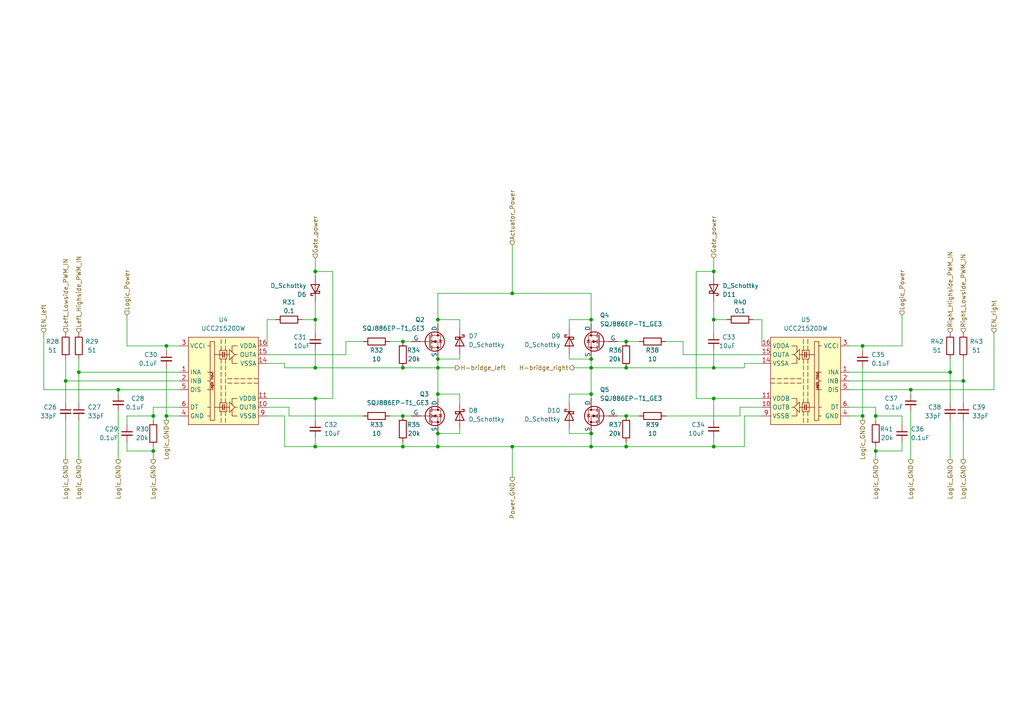
<source format=kicad_sch>
(kicad_sch (version 20230121) (generator eeschema)
  (paper "A4")
  (lib_symbols
    (symbol "Device:C_Small" (pin_numbers hide) (pin_names (offset 0.254) hide)
      (property "Reference" "C" (at 0.254 1.778 0))
      (property "Value" "C_Small" (at 0.254 -2.032 0))
      (symbol "C_Small_0_1"
        (polyline (pts (xy -1.524 -0.508) (xy 1.524 -0.508)) (stroke (width 0.3302)))
        (polyline (pts (xy -1.524 0.508) (xy 1.524 0.508)) (stroke (width 0.3048)))
      )
      (symbol "C_Small_1_1"
        (pin passive line (at 0 2.54 270) (length 2.032) (name "~") (number "1"))
        (pin passive line (at 0 -2.54 90) (length 2.032) (name "~") (number "2"))
      )
    )
    (symbol "Device:D_Schottky" (pin_numbers hide) (pin_names (offset 1.016) hide)
      (property "Reference" "D" (at 0 2.54 0))
      (property "Value" "D_Schottky" (at 0 -2.54 0))
      (symbol "D_Schottky_0_1"
        (polyline (pts (xy 1.27 0) (xy -1.27 0)))
        (polyline (pts (xy 1.27 1.27) (xy 1.27 -1.27) (xy -1.27 0) (xy 1.27 1.27)) (stroke (width 0.254)))
        (polyline (pts (xy -1.905 0.635) (xy -1.905 1.27) (xy -1.27 1.27) (xy -1.27 -1.27) (xy -0.635 -1.27) (xy -0.635 -0.635)) (stroke (width 0.254)))
      )
      (symbol "D_Schottky_1_1"
        (pin passive line (at -3.81 0 0) (length 2.54) (name "K") (number "1"))
        (pin passive line (at 3.81 0 180) (length 2.54) (name "A") (number "2"))
      )
    )
    (symbol "Device:R" (pin_numbers hide) (pin_names (offset 0))
      (property "Reference" "R" (at 2.032 0 90))
      (property "Value" "R" (at 0 0 90))
      (symbol "R_0_1"
        (rectangle (start -1.016 -2.54) (end 1.016 2.54) (stroke (width 0.254)))
      )
      (symbol "R_1_1"
        (pin passive line (at 0 3.81 270) (length 1.27) (name "~") (number "1"))
        (pin passive line (at 0 -3.81 90) (length 1.27) (name "~") (number "2"))
      )
    )
    (symbol "Driver_FET:UCC21520DW"
      (property "Reference" "U" (at 0 16.51 0))
      (property "Value" "UCC21520DW" (at 0 13.97 0))
      (symbol "UCC21520DW_0_0"
        (polyline (pts (xy -0.635 6.35) (xy -0.635 5.08)))
        (polyline (pts (xy -0.635 10.16) (xy -0.635 8.89)))
        (polyline (pts (xy -0.635 12.065) (xy -0.635 10.795)))
        (polyline (pts (xy -0.254 -7.62) (xy -2.54 -7.62)))
        (polyline (pts (xy -0.254 -6.858) (xy -0.254 -8.382)) (stroke (width 0.254)))
        (polyline (pts (xy -0.254 7.62) (xy -2.54 7.62)))
        (polyline (pts (xy -0.254 8.382) (xy -0.254 6.858)) (stroke (width 0.254)))
        (polyline (pts (xy 0.254 -7.62) (xy 1.778 -7.62)))
        (polyline (pts (xy 0.254 -6.858) (xy 0.254 -8.382)) (stroke (width 0.254)))
        (polyline (pts (xy 0.254 7.62) (xy 1.778 7.62)))
        (polyline (pts (xy 0.254 8.382) (xy 0.254 6.858)) (stroke (width 0.254)))
        (polyline (pts (xy 0.635 6.35) (xy 0.635 5.08)))
        (polyline (pts (xy 0.635 8.89) (xy 0.635 10.16)))
        (polyline (pts (xy 0.635 10.795) (xy 0.635 12.065)))
        (polyline (pts (xy 2.54 -0.635) (xy 1.27 -0.635)))
        (polyline (pts (xy 2.54 0.635) (xy 1.27 0.635)))
        (polyline (pts (xy 4.064 -7.62) (xy 3.302 -7.62)))
        (polyline (pts (xy 4.064 7.62) (xy 3.302 7.62)))
        (polyline (pts (xy 4.445 -0.635) (xy 3.175 -0.635)))
        (polyline (pts (xy 4.445 0.635) (xy 3.175 0.635)))
        (polyline (pts (xy 6.35 -0.635) (xy 5.08 -0.635)))
        (polyline (pts (xy 6.35 0.635) (xy 5.08 0.635)))
        (polyline (pts (xy 8.255 -0.635) (xy 6.985 -0.635)))
        (polyline (pts (xy 8.255 0.635) (xy 6.985 0.635)))
        (polyline (pts (xy 10.16 -0.635) (xy 8.89 -0.635)))
        (polyline (pts (xy 10.16 0.635) (xy 8.89 0.635)))
        (polyline (pts (xy 4.064 -10.16) (xy 2.54 -10.16) (xy 2.54 -8.382)))
        (polyline (pts (xy 4.064 -5.08) (xy 2.54 -5.08) (xy 2.54 -6.858)))
        (polyline (pts (xy 4.064 5.08) (xy 2.54 5.08) (xy 2.54 6.858)))
        (polyline (pts (xy 4.064 10.16) (xy 2.54 10.16) (xy 2.54 8.382)))
        (polyline (pts (xy 3.302 -7.62) (xy 1.778 -9.144) (xy 1.778 -6.096) (xy 3.302 -7.62)))
        (polyline (pts (xy 3.302 7.62) (xy 1.778 6.096) (xy 1.778 9.144) (xy 3.302 7.62)))
        (rectangle (start 1.016 -6.35) (end -1.016 -8.89))
        (rectangle (start 1.016 8.89) (end -1.016 6.35))
        (text "Logic Input" (at -3.302 0 900) (effects (font (size 0.635 0.635))))
      )
      (symbol "UCC21520DW_0_1"
        (rectangle (start -3.81 11.43) (end -2.54 -11.43))
        (polyline (pts (xy -3.81 -10.16) (xy -4.572 -10.16)))
        (polyline (pts (xy -3.81 -7.62) (xy -4.572 -7.62)))
        (polyline (pts (xy -3.81 -2.54) (xy -4.572 -2.54)))
        (polyline (pts (xy -3.81 0) (xy -4.572 0)))
        (polyline (pts (xy -3.81 2.54) (xy -4.572 2.54)))
        (polyline (pts (xy -3.81 10.16) (xy -4.572 10.16)))
        (polyline (pts (xy -0.635 -10.795) (xy -0.635 -12.065)))
        (polyline (pts (xy -0.635 -8.89) (xy -0.635 -10.16)))
        (polyline (pts (xy -0.635 -5.08) (xy -0.635 -6.35)))
        (polyline (pts (xy -0.635 -3.175) (xy -0.635 -4.445)))
        (polyline (pts (xy -0.635 -1.27) (xy -0.635 -2.54)))
        (polyline (pts (xy -0.635 0.635) (xy -0.635 -0.635)))
        (polyline (pts (xy -0.635 2.54) (xy -0.635 1.27)))
        (polyline (pts (xy -0.635 4.445) (xy -0.635 3.175)))
        (polyline (pts (xy 0.635 -10.795) (xy 0.635 -12.065)))
        (polyline (pts (xy 0.635 -8.89) (xy 0.635 -10.16)))
        (polyline (pts (xy 0.635 -5.08) (xy 0.635 -6.35)))
        (polyline (pts (xy 0.635 -3.175) (xy 0.635 -4.445)))
        (polyline (pts (xy 0.635 -1.27) (xy 0.635 -2.54)))
        (polyline (pts (xy 0.635 0.635) (xy 0.635 -0.635)))
        (polyline (pts (xy 0.635 2.54) (xy 0.635 1.27)))
        (polyline (pts (xy 0.635 4.445) (xy 0.635 3.175)))
        (rectangle (start 10.16 12.7) (end -10.16 -12.7) (fill (type background)))
      )
      (symbol "UCC21520DW_1_1"
        (pin input line (at -12.7 2.54 0) (length 2.54) (name "INA") (number "1"))
        (pin output line (at 12.7 -7.62 180) (length 2.54) (name "OUTB") (number "10"))
        (pin power_in line (at 12.7 -5.08 180) (length 2.54) (name "VDDB") (number "11"))
        (pin no_connect line (at 10.16 -2.54 180) (length 2.54) hide (name "NC") (number "12"))
        (pin no_connect line (at 10.16 2.54 180) (length 2.54) hide (name "NC") (number "13"))
        (pin power_in line (at 12.7 5.08 180) (length 2.54) (name "VSSA") (number "14"))
        (pin output line (at 12.7 7.62 180) (length 2.54) (name "OUTA") (number "15"))
        (pin power_in line (at 12.7 10.16 180) (length 2.54) (name "VDDA") (number "16"))
        (pin input line (at -12.7 0 0) (length 2.54) (name "INB") (number "2"))
        (pin power_in line (at -12.7 10.16 0) (length 2.54) (name "VCCI") (number "3"))
        (pin power_in line (at -12.7 -10.16 0) (length 2.54) (name "GND") (number "4"))
        (pin input line (at -12.7 -2.54 0) (length 2.54) (name "DIS") (number "5"))
        (pin passive line (at -12.7 -7.62 0) (length 2.54) (name "DT") (number "6"))
        (pin no_connect line (at -10.16 -5.08 0) (length 2.54) hide (name "NC") (number "7"))
        (pin passive line (at -12.7 10.16 0) (length 2.54) hide (name "VCCI") (number "8"))
        (pin power_in line (at 12.7 -10.16 180) (length 2.54) (name "VSSB") (number "9"))
      )
    )
    (symbol "RDC_generic:SQJ886EP-T1_GE3" (pin_numbers hide) (pin_names (offset 0))
      (property "Reference" "Q" (at 5.08 1.27 0))
      (property "Value" "SQJ886EP-T1_GE3" (at 5.08 -1.27 0))
      (symbol "SQJ886EP-T1_GE3_0_1"
        (polyline (pts (xy 0.254 0) (xy -2.54 0)))
        (polyline (pts (xy 0.254 1.905) (xy 0.254 -1.905)) (stroke (width 0.254)))
        (polyline (pts (xy 0.762 -1.27) (xy 0.762 -2.286)) (stroke (width 0.254)))
        (polyline (pts (xy 0.762 0.508) (xy 0.762 -0.508)) (stroke (width 0.254)))
        (polyline (pts (xy 0.762 2.286) (xy 0.762 1.27)) (stroke (width 0.254)))
        (polyline (pts (xy 2.54 2.54) (xy 2.54 1.778)))
        (polyline (pts (xy 2.54 -2.54) (xy 2.54 0) (xy 0.762 0)))
        (polyline (pts (xy 0.762 -1.778) (xy 3.302 -1.778) (xy 3.302 1.778) (xy 0.762 1.778)))
        (polyline (pts (xy 1.016 0) (xy 2.032 0.381) (xy 2.032 -0.381) (xy 1.016 0)) (fill (type outline)))
        (polyline (pts (xy 2.794 0.508) (xy 2.921 0.381) (xy 3.683 0.381) (xy 3.81 0.254)))
        (polyline (pts (xy 3.302 0.381) (xy 2.921 -0.254) (xy 3.683 -0.254) (xy 3.302 0.381)))
        (circle (center 1.651 0) (radius 2.794) (stroke (width 0.254)))
        (circle (center 2.54 -1.778) (radius 0.254) (fill (type outline)))
        (circle (center 2.54 1.778) (radius 0.254) (fill (type outline)))
      )
      (symbol "SQJ886EP-T1_GE3_1_1"
        (pin passive line (at 2.54 -5.08 90) (length 2.54) (name "S") (number "1"))
        (pin passive line (at 2.54 -5.08 90) (length 2.54) hide (name "S") (number "2"))
        (pin passive line (at 2.54 -5.08 90) (length 2.54) hide (name "S") (number "3"))
        (pin input line (at -5.08 0 0) (length 2.54) (name "G") (number "4"))
        (pin passive line (at 2.54 5.08 270) (length 2.54) (name "D") (number "5"))
      )
    )
  )
  (junction (at 116.84 129.54))
  (junction (at 127 106.68))
  (junction (at 279.4 110.49))
  (junction (at 250.19 100.33))
  (junction (at 91.44 92.71))
  (junction (at 171.45 114.3))
  (junction (at 19.05 110.49))
  (junction (at 127 129.54))
  (junction (at 44.45 130.81))
  (junction (at 275.59 107.95))
  (junction (at 181.61 120.65))
  (junction (at 48.26 120.65))
  (junction (at 148.59 85.09))
  (junction (at 116.84 120.65))
  (junction (at 181.61 106.68))
  (junction (at 91.44 78.74))
  (junction (at 207.01 78.74))
  (junction (at 207.01 106.68))
  (junction (at 264.16 113.03))
  (junction (at 127 125.73))
  (junction (at 34.29 113.03))
  (junction (at 127 114.3))
  (junction (at 171.45 129.54))
  (junction (at 254 120.65))
  (junction (at 116.84 99.06))
  (junction (at 44.45 120.65))
  (junction (at 22.86 107.95))
  (junction (at 171.45 92.71))
  (junction (at 250.19 120.65))
  (junction (at 207.01 92.71))
  (junction (at 181.61 129.54))
  (junction (at 91.44 115.57))
  (junction (at 207.01 115.57))
  (junction (at 127 104.14))
  (junction (at 116.84 106.68))
  (junction (at 254 130.81))
  (junction (at 207.01 129.54))
  (junction (at 171.45 106.68))
  (junction (at 171.45 104.14))
  (junction (at 91.44 129.54))
  (junction (at 48.26 100.33))
  (junction (at 181.61 99.06))
  (junction (at 127 92.71))
  (junction (at 91.44 106.68))
  (junction (at 171.45 125.73))
  (junction (at 148.59 129.54))
  (wire (pts (xy 19.05 121.92) (xy 19.05 133.35)))
  (wire (pts (xy 165.1 114.3) (xy 171.45 114.3)))
  (wire (pts (xy 207.01 74.93) (xy 207.01 78.74)))
  (wire (pts (xy 133.35 114.3) (xy 127 114.3)))
  (wire (pts (xy 91.44 80.01) (xy 91.44 78.74)))
  (wire (pts (xy 91.44 115.57) (xy 91.44 121.92)))
  (wire (pts (xy 19.05 104.14) (xy 19.05 110.49)))
  (wire (pts (xy 116.84 120.65) (xy 119.38 120.65)))
  (wire (pts (xy 207.01 80.01) (xy 207.01 78.74)))
  (wire (pts (xy 264.16 119.38) (xy 264.16 133.35)))
  (wire (pts (xy 116.84 99.06) (xy 119.38 99.06)))
  (wire (pts (xy 36.83 100.33) (xy 48.26 100.33)))
  (wire (pts (xy 87.63 92.71) (xy 91.44 92.71)))
  (wire (pts (xy 261.62 91.44) (xy 261.62 100.33)))
  (wire (pts (xy 148.59 129.54) (xy 171.45 129.54)))
  (wire (pts (xy 254 120.65) (xy 254 118.11)))
  (wire (pts (xy 44.45 120.65) (xy 44.45 118.11)))
  (wire (pts (xy 254 130.81) (xy 254 133.35)))
  (wire (pts (xy 215.9 106.68) (xy 207.01 106.68)))
  (wire (pts (xy 185.42 99.06) (xy 181.61 99.06)))
  (wire (pts (xy 181.61 99.06) (xy 179.07 99.06)))
  (wire (pts (xy 91.44 78.74) (xy 96.52 78.74)))
  (wire (pts (xy 127 106.68) (xy 132.08 106.68)))
  (wire (pts (xy 77.47 100.33) (xy 77.47 92.71)))
  (wire (pts (xy 246.38 113.03) (xy 264.16 113.03)))
  (wire (pts (xy 148.59 85.09) (xy 171.45 85.09)))
  (wire (pts (xy 91.44 106.68) (xy 116.84 106.68)))
  (wire (pts (xy 201.93 115.57) (xy 207.01 115.57)))
  (wire (pts (xy 48.26 120.65) (xy 52.07 120.65)))
  (wire (pts (xy 148.59 129.54) (xy 148.59 138.43)))
  (wire (pts (xy 250.19 100.33) (xy 246.38 100.33)))
  (wire (pts (xy 83.82 118.11) (xy 83.82 120.65)))
  (wire (pts (xy 254 118.11) (xy 246.38 118.11)))
  (wire (pts (xy 220.98 115.57) (xy 207.01 115.57)))
  (wire (pts (xy 220.98 120.65) (xy 215.9 120.65)))
  (wire (pts (xy 34.29 119.38) (xy 34.29 133.35)))
  (wire (pts (xy 198.12 99.06) (xy 193.04 99.06)))
  (wire (pts (xy 113.03 99.06) (xy 116.84 99.06)))
  (wire (pts (xy 275.59 107.95) (xy 246.38 107.95)))
  (wire (pts (xy 12.7 113.03) (xy 34.29 113.03)))
  (wire (pts (xy 207.01 87.63) (xy 207.01 92.71)))
  (wire (pts (xy 261.62 130.81) (xy 254 130.81)))
  (wire (pts (xy 22.86 107.95) (xy 52.07 107.95)))
  (wire (pts (xy 127 92.71) (xy 127 85.09)))
  (wire (pts (xy 133.35 116.84) (xy 133.35 114.3)))
  (wire (pts (xy 77.47 102.87) (xy 100.33 102.87)))
  (wire (pts (xy 19.05 110.49) (xy 52.07 110.49)))
  (wire (pts (xy 82.55 105.41) (xy 82.55 106.68)))
  (wire (pts (xy 77.47 115.57) (xy 91.44 115.57)))
  (wire (pts (xy 127 106.68) (xy 127 114.3)))
  (wire (pts (xy 207.01 106.68) (xy 181.61 106.68)))
  (wire (pts (xy 181.61 128.27) (xy 181.61 129.54)))
  (wire (pts (xy 36.83 128.27) (xy 36.83 130.81)))
  (wire (pts (xy 207.01 78.74) (xy 201.93 78.74)))
  (wire (pts (xy 91.44 74.93) (xy 91.44 78.74)))
  (wire (pts (xy 181.61 106.68) (xy 171.45 106.68)))
  (wire (pts (xy 165.1 102.87) (xy 165.1 104.14)))
  (wire (pts (xy 113.03 120.65) (xy 116.84 120.65)))
  (wire (pts (xy 133.35 92.71) (xy 127 92.71)))
  (wire (pts (xy 127 125.73) (xy 127 129.54)))
  (wire (pts (xy 250.19 120.65) (xy 250.19 121.92)))
  (wire (pts (xy 220.98 100.33) (xy 220.98 92.71)))
  (wire (pts (xy 288.29 113.03) (xy 264.16 113.03)))
  (wire (pts (xy 215.9 129.54) (xy 207.01 129.54)))
  (wire (pts (xy 181.61 120.65) (xy 179.07 120.65)))
  (wire (pts (xy 22.86 121.92) (xy 22.86 133.35)))
  (wire (pts (xy 198.12 102.87) (xy 220.98 102.87)))
  (wire (pts (xy 165.1 124.46) (xy 165.1 125.73)))
  (wire (pts (xy 279.4 110.49) (xy 279.4 116.84)))
  (wire (pts (xy 215.9 120.65) (xy 215.9 129.54)))
  (wire (pts (xy 91.44 127) (xy 91.44 129.54)))
  (wire (pts (xy 254 129.54) (xy 254 130.81)))
  (wire (pts (xy 133.35 95.25) (xy 133.35 92.71)))
  (wire (pts (xy 48.26 106.68) (xy 48.26 120.65)))
  (wire (pts (xy 207.01 127) (xy 207.01 129.54)))
  (wire (pts (xy 210.82 92.71) (xy 207.01 92.71)))
  (wire (pts (xy 171.45 93.98) (xy 171.45 92.71)))
  (wire (pts (xy 133.35 124.46) (xy 133.35 125.73)))
  (wire (pts (xy 185.42 120.65) (xy 181.61 120.65)))
  (wire (pts (xy 250.19 106.68) (xy 250.19 120.65)))
  (wire (pts (xy 77.47 92.71) (xy 80.01 92.71)))
  (wire (pts (xy 36.83 91.44) (xy 36.83 100.33)))
  (wire (pts (xy 215.9 105.41) (xy 215.9 106.68)))
  (wire (pts (xy 77.47 118.11) (xy 83.82 118.11)))
  (wire (pts (xy 133.35 102.87) (xy 133.35 104.14)))
  (wire (pts (xy 91.44 101.6) (xy 91.44 106.68)))
  (wire (pts (xy 100.33 102.87) (xy 100.33 99.06)))
  (wire (pts (xy 91.44 92.71) (xy 91.44 96.52)))
  (wire (pts (xy 91.44 129.54) (xy 116.84 129.54)))
  (wire (pts (xy 220.98 118.11) (xy 214.63 118.11)))
  (wire (pts (xy 82.55 129.54) (xy 91.44 129.54)))
  (wire (pts (xy 165.1 92.71) (xy 171.45 92.71)))
  (wire (pts (xy 198.12 102.87) (xy 198.12 99.06)))
  (wire (pts (xy 96.52 78.74) (xy 96.52 115.57)))
  (wire (pts (xy 254 121.92) (xy 254 120.65)))
  (wire (pts (xy 181.61 129.54) (xy 171.45 129.54)))
  (wire (pts (xy 207.01 101.6) (xy 207.01 106.68)))
  (wire (pts (xy 12.7 96.52) (xy 12.7 113.03)))
  (wire (pts (xy 288.29 96.52) (xy 288.29 113.03)))
  (wire (pts (xy 214.63 120.65) (xy 193.04 120.65)))
  (wire (pts (xy 22.86 104.14) (xy 22.86 107.95)))
  (wire (pts (xy 279.4 104.14) (xy 279.4 110.49)))
  (wire (pts (xy 127 93.98) (xy 127 92.71)))
  (wire (pts (xy 250.19 101.6) (xy 250.19 100.33)))
  (wire (pts (xy 165.1 104.14) (xy 171.45 104.14)))
  (wire (pts (xy 127 106.68) (xy 127 104.14)))
  (wire (pts (xy 201.93 78.74) (xy 201.93 115.57)))
  (wire (pts (xy 250.19 120.65) (xy 246.38 120.65)))
  (wire (pts (xy 171.45 106.68) (xy 171.45 114.3)))
  (wire (pts (xy 82.55 106.68) (xy 91.44 106.68)))
  (wire (pts (xy 127 85.09) (xy 148.59 85.09)))
  (wire (pts (xy 36.83 123.19) (xy 36.83 120.65)))
  (wire (pts (xy 91.44 87.63) (xy 91.44 92.71)))
  (wire (pts (xy 171.45 125.73) (xy 171.45 129.54)))
  (wire (pts (xy 96.52 115.57) (xy 91.44 115.57)))
  (wire (pts (xy 100.33 99.06) (xy 105.41 99.06)))
  (wire (pts (xy 116.84 128.27) (xy 116.84 129.54)))
  (wire (pts (xy 220.98 105.41) (xy 215.9 105.41)))
  (wire (pts (xy 165.1 116.84) (xy 165.1 114.3)))
  (wire (pts (xy 36.83 120.65) (xy 44.45 120.65)))
  (wire (pts (xy 264.16 113.03) (xy 264.16 114.3)))
  (wire (pts (xy 44.45 129.54) (xy 44.45 130.81)))
  (wire (pts (xy 214.63 118.11) (xy 214.63 120.65)))
  (wire (pts (xy 77.47 120.65) (xy 82.55 120.65)))
  (wire (pts (xy 279.4 121.92) (xy 279.4 133.35)))
  (wire (pts (xy 275.59 121.92) (xy 275.59 133.35)))
  (wire (pts (xy 48.26 120.65) (xy 48.26 121.92)))
  (wire (pts (xy 44.45 118.11) (xy 52.07 118.11)))
  (wire (pts (xy 77.47 105.41) (xy 82.55 105.41)))
  (wire (pts (xy 250.19 100.33) (xy 261.62 100.33)))
  (wire (pts (xy 133.35 125.73) (xy 127 125.73)))
  (wire (pts (xy 48.26 101.6) (xy 48.26 100.33)))
  (wire (pts (xy 48.26 100.33) (xy 52.07 100.33)))
  (wire (pts (xy 165.1 125.73) (xy 171.45 125.73)))
  (wire (pts (xy 207.01 115.57) (xy 207.01 121.92)))
  (wire (pts (xy 82.55 120.65) (xy 82.55 129.54)))
  (wire (pts (xy 133.35 104.14) (xy 127 104.14)))
  (wire (pts (xy 116.84 106.68) (xy 127 106.68)))
  (wire (pts (xy 36.83 130.81) (xy 44.45 130.81)))
  (wire (pts (xy 275.59 104.14) (xy 275.59 107.95)))
  (wire (pts (xy 127 114.3) (xy 127 115.57)))
  (wire (pts (xy 171.45 114.3) (xy 171.45 115.57)))
  (wire (pts (xy 52.07 113.03) (xy 34.29 113.03)))
  (wire (pts (xy 34.29 114.3) (xy 34.29 113.03)))
  (wire (pts (xy 220.98 92.71) (xy 218.44 92.71)))
  (wire (pts (xy 83.82 120.65) (xy 105.41 120.65)))
  (wire (pts (xy 148.59 71.12) (xy 148.59 85.09)))
  (wire (pts (xy 207.01 129.54) (xy 181.61 129.54)))
  (wire (pts (xy 261.62 120.65) (xy 254 120.65)))
  (wire (pts (xy 279.4 110.49) (xy 246.38 110.49)))
  (wire (pts (xy 207.01 92.71) (xy 207.01 96.52)))
  (wire (pts (xy 148.59 129.54) (xy 127 129.54)))
  (wire (pts (xy 44.45 130.81) (xy 44.45 133.35)))
  (wire (pts (xy 19.05 110.49) (xy 19.05 116.84)))
  (wire (pts (xy 261.62 128.27) (xy 261.62 130.81)))
  (wire (pts (xy 44.45 121.92) (xy 44.45 120.65)))
  (wire (pts (xy 171.45 106.68) (xy 171.45 104.14)))
  (wire (pts (xy 275.59 107.95) (xy 275.59 116.84)))
  (wire (pts (xy 171.45 92.71) (xy 171.45 85.09)))
  (wire (pts (xy 116.84 129.54) (xy 127 129.54)))
  (wire (pts (xy 261.62 123.19) (xy 261.62 120.65)))
  (wire (pts (xy 171.45 106.68) (xy 166.37 106.68)))
  (wire (pts (xy 22.86 107.95) (xy 22.86 116.84)))
  (wire (pts (xy 165.1 95.25) (xy 165.1 92.71)))
  (hierarchical_label "Logic_GND" (shape output) (at 279.4 133.35 270))
  (hierarchical_label "H-bridge_right" (shape output) (at 166.37 106.68 180))
  (hierarchical_label "Right_Highside_PWM_IN" (shape input) (at 275.59 96.52 90))
  (hierarchical_label "Logic_GND" (shape output) (at 48.26 121.92 270))
  (hierarchical_label "Logic_GND" (shape output) (at 44.45 133.35 270))
  (hierarchical_label "Gate_power" (shape input) (at 91.44 74.93 90))
  (hierarchical_label "H-bridge_left" (shape output) (at 132.08 106.68 0))
  (hierarchical_label "Left_Lowside_PWM_IN" (shape input) (at 19.05 96.52 90))
  (hierarchical_label "Logic_GND" (shape output) (at 22.86 133.35 270))
  (hierarchical_label "Logic_GND" (shape output) (at 264.16 133.35 270))
  (hierarchical_label "Logic_GND" (shape output) (at 34.29 133.35 270))
  (hierarchical_label "EN_right" (shape input) (at 288.29 96.52 90))
  (hierarchical_label "Logic_Power" (shape input) (at 36.83 91.44 90))
  (hierarchical_label "Logic_GND" (shape output) (at 250.19 121.92 270))
  (hierarchical_label "Logic_Power" (shape input) (at 261.62 91.44 90))
  (hierarchical_label "EN_left" (shape input) (at 12.7 96.52 90))
  (hierarchical_label "Logic_GND" (shape output) (at 19.05 133.35 270))
  (hierarchical_label "Logic_GND" (shape output) (at 254 133.35 270))
  (hierarchical_label "Gate_power" (shape input) (at 207.01 74.93 90))
  (hierarchical_label "Power_GND" (shape output) (at 148.59 138.43 270))
  (hierarchical_label "Left_Highside_PWM_IN" (shape input) (at 22.86 96.52 90))
  (hierarchical_label "Logic_GND" (shape output) (at 275.59 133.35 270))
  (hierarchical_label "Actuator_Power" (shape input) (at 148.59 71.12 90))
  (hierarchical_label "Right_Lowside_PWM_IN" (shape input) (at 279.4 96.52 90))
  (symbol (lib_id "Device:R") (at 109.22 99.06 90) (unit 1)
    (property "Reference" "R32" (at 109.22 101.6 90))
    (property "Value" "10" (at 109.22 104.14 90))
    (property "Footprint" "Resistor_SMD:R_0805_2012Metric" (effects hide))
    (property "LCSC" "C17415" (effects hide))
    (instances (project "schematic_MD" (path "" (reference "R32") (unit 1)) (path "" (reference "R48") (unit 1))))
  )
  (symbol (lib_id "Device:R") (at 189.23 120.65 270) (mirror x) (unit 1)
    (property "Reference" "R39" (at 189.23 123.19 90))
    (property "Value" "10" (at 189.23 125.73 90))
    (property "Footprint" "Resistor_SMD:R_0805_2012Metric" (effects hide))
    (property "LCSC" "C17415" (effects hide))
    (instances (project "schematic_MD" (path "" (reference "R39") (unit 1)) (path "" (reference "R55") (unit 1))))
  )
  (symbol (lib_id "Driver_FET:UCC21520DW") (at 233.68 110.49 0) (mirror y) (unit 1)
    (property "Reference" "U5" (at 233.68 92.71 0))
    (property "Value" "UCC21520DW" (at 233.68 95.25 0))
    (property "Footprint" "Package_SO:SOIC-16W_7.5x10.3mm_P1.27mm" (effects hide))
    (property "Datasheet" "http://www.ti.com/lit/ds/symlink/ucc21520.pdf" (effects hide))
    (property "LCSC" "C601651" (effects hide))
    (property "FT Rotation Offset" "-90" (effects hide))
    (instances (project "schematic_MD" (path "" (reference "U5") (unit 1)) (path "" (reference "U7") (unit 1))))
  )
  (symbol (lib_id "Device:R") (at 22.86 100.33 0) (unit 1)
    (property "Reference" "R29" (at 26.67 99.06 0))
    (property "Value" "51" (at 26.67 101.6 0))
    (property "Footprint" "Resistor_SMD:R_0402_1005Metric" (effects hide))
    (property "LCSC" "C25125" (effects hide))
    (instances (project "schematic_MD" (path "" (reference "R29") (unit 1)) (path "" (reference "R45") (unit 1))))
  )
  (symbol (lib_id "Device:D_Schottky") (at 133.35 99.06 270) (unit 1)
    (property "Reference" "D7" (at 135.89 97.4725 90) (effects (justify left)))
    (property "Value" "D_Schottky" (at 135.89 100.0125 90) (effects (justify left)))
    (property "Footprint" "Diode_SMD:D_SOD-123F" (effects hide))
    (property "LCSC" "C509937" (effects hide))
    (instances (project "schematic_MD" (path "" (reference "D7") (unit 1)) (path "" (reference "D13") (unit 1))))
  )
  (symbol (lib_id "Device:R") (at 214.63 92.71 270) (mirror x) (unit 1)
    (property "Reference" "R40" (at 214.63 87.63 90))
    (property "Value" "0.1" (at 214.63 90.17 90))
    (property "Footprint" "Resistor_SMD:R_1206_3216Metric" (effects hide))
    (property "LCSC" "C25334" (effects hide))
    (instances (project "schematic_MD" (path "" (reference "R40") (unit 1)) (path "" (reference "R56") (unit 1))))
  )
  (symbol (lib_id "Device:R") (at 19.05 100.33 0) (unit 1)
    (property "Reference" "R28" (at 15.24 99.06 0))
    (property "Value" "51" (at 15.24 101.6 0))
    (property "Footprint" "Resistor_SMD:R_0402_1005Metric" (effects hide))
    (property "LCSC" "C25125" (effects hide))
    (instances (project "schematic_MD" (path "" (reference "R28") (unit 1)) (path "" (reference "R44") (unit 1))))
  )
  (symbol (lib_id "Device:R") (at 116.84 124.46 0) (unit 1)
    (property "Reference" "R35" (at 121.92 123.19 0) (effects (justify right)))
    (property "Value" "20k" (at 121.92 125.73 0) (effects (justify right)))
    (property "Footprint" "Resistor_SMD:R_0402_1005Metric" (effects hide))
    (property "LCSC" "C25765" (effects hide))
    (instances (project "schematic_MD" (path "" (reference "R35") (unit 1)) (path "" (reference "R51") (unit 1))))
  )
  (symbol (lib_id "Device:C_Small") (at 19.05 119.38 0) (unit 1)
    (property "Reference" "C26" (at 16.51 118.1163 0) (effects (justify right)))
    (property "Value" "33pF" (at 16.51 120.65 0) (effects (justify right)))
    (property "Footprint" "Capacitor_SMD:C_0402_1005Metric" (effects hide))
    (property "LCSC" "C1562" (effects hide))
    (instances (project "schematic_MD" (path "" (reference "C26") (unit 1)) (path "" (reference "C40") (unit 1))))
  )
  (symbol (lib_id "Device:C_Small") (at 207.01 99.06 0) (unit 1)
    (property "Reference" "C33" (at 213.36 97.79 0) (effects (justify right)))
    (property "Value" "10uF" (at 213.36 100.3237 0) (effects (justify right)))
    (property "Footprint" "Capacitor_SMD:C_1210_3225Metric" (effects hide))
    (property "LCSC" "C77102" (effects hide))
    (instances (project "schematic_MD" (path "" (reference "C33") (unit 1)) (path "" (reference "C47") (unit 1))))
  )
  (symbol (lib_id "Device:D_Schottky") (at 91.44 83.82 90) (unit 1)
    (property "Reference" "D6" (at 88.9 85.4075 90) (effects (justify left)))
    (property "Value" "D_Schottky" (at 88.9 82.8675 90) (effects (justify left)))
    (property "Footprint" "Diode_SMD:D_SOD-123F" (effects hide))
    (property "LCSC" "C509937" (effects hide))
    (instances (project "schematic_MD" (path "" (reference "D6") (unit 1)) (path "" (reference "D12") (unit 1))))
  )
  (symbol (lib_id "Driver_FET:UCC21520DW") (at 64.77 110.49 0) (unit 1)
    (property "Reference" "U4" (at 64.77 92.71 0))
    (property "Value" "UCC21520DW" (at 64.77 95.25 0))
    (property "Footprint" "Package_SO:SOIC-16W_7.5x10.3mm_P1.27mm" (effects hide))
    (property "Datasheet" "http://www.ti.com/lit/ds/symlink/ucc21520.pdf" (effects hide))
    (property "LCSC" "C601651" (effects hide))
    (property "FT Rotation Offset" "-90" (effects hide))
    (instances (project "schematic_MD" (path "" (reference "U4") (unit 1)) (path "" (reference "U6") (unit 1))))
  )
  (symbol (lib_id "Device:R") (at 254 125.73 0) (unit 1)
    (property "Reference" "R41" (at 259.08 124.46 0) (effects (justify right)))
    (property "Value" "20k" (at 259.08 127 0) (effects (justify right)))
    (property "Footprint" "Resistor_SMD:R_0402_1005Metric" (effects hide))
    (property "LCSC" "C25765" (effects hide))
    (instances (project "schematic_MD" (path "" (reference "R41") (unit 1)) (path "" (reference "R57") (unit 1))))
  )
  (symbol (lib_id "Device:C_Small") (at 22.86 119.38 0) (mirror y) (unit 1)
    (property "Reference" "C27" (at 25.4 118.1163 0) (effects (justify right)))
    (property "Value" "33pF" (at 25.4 120.65 0) (effects (justify right)))
    (property "Footprint" "Capacitor_SMD:C_0402_1005Metric" (effects hide))
    (property "LCSC" "C1562" (effects hide))
    (instances (project "schematic_MD" (path "" (reference "C27") (unit 1)) (path "" (reference "C41") (unit 1))))
  )
  (symbol (lib_id "Device:R") (at 279.4 100.33 0) (mirror y) (unit 1)
    (property "Reference" "R43" (at 283.21 99.06 0))
    (property "Value" "51" (at 283.21 101.6 0))
    (property "Footprint" "Resistor_SMD:R_0402_1005Metric" (effects hide))
    (property "LCSC" "C25125" (effects hide))
    (instances (project "schematic_MD" (path "" (reference "R43") (unit 1)) (path "" (reference "R59") (unit 1))))
  )
  (symbol (lib_id "Device:R") (at 109.22 120.65 90) (unit 1)
    (property "Reference" "R33" (at 109.22 123.19 90))
    (property "Value" "10" (at 109.22 125.73 90))
    (property "Footprint" "Resistor_SMD:R_0805_2012Metric" (effects hide))
    (property "LCSC" "C17415" (effects hide))
    (instances (project "schematic_MD" (path "" (reference "R33") (unit 1)) (path "" (reference "R49") (unit 1))))
  )
  (symbol (lib_id "Device:D_Schottky") (at 207.01 83.82 270) (mirror x) (unit 1)
    (property "Reference" "D11" (at 209.55 85.4075 90) (effects (justify left)))
    (property "Value" "D_Schottky" (at 209.55 82.8675 90) (effects (justify left)))
    (property "Footprint" "Diode_SMD:D_SOD-123F" (effects hide))
    (property "LCSC" "C509937" (effects hide))
    (instances (project "schematic_MD" (path "" (reference "D11") (unit 1)) (path "" (reference "D17") (unit 1))))
  )
  (symbol (lib_id "Device:C_Small") (at 36.83 125.73 0) (unit 1)
    (property "Reference" "C29" (at 34.29 124.46 0) (effects (justify right)))
    (property "Value" "0.1uF" (at 34.29 127 0) (effects (justify right)))
    (property "Footprint" "Capacitor_SMD:C_0402_1005Metric" (effects hide))
    (property "LCSC" "C307331" (effects hide))
    (instances (project "schematic_MD" (path "" (reference "C29") (unit 1)) (path "" (reference "C43") (unit 1))))
  )
  (symbol (lib_id "Device:C_Small") (at 275.59 119.38 0) (unit 1)
    (property "Reference" "C38" (at 273.05 118.1163 0) (effects (justify right)))
    (property "Value" "33pF" (at 273.05 120.65 0) (effects (justify right)))
    (property "Footprint" "Capacitor_SMD:C_0402_1005Metric" (effects hide))
    (property "LCSC" "C1562" (effects hide))
    (instances (project "schematic_MD" (path "" (reference "C38") (unit 1)) (path "" (reference "C52") (unit 1))))
  )
  (symbol (lib_id "Device:D_Schottky") (at 133.35 120.65 270) (unit 1)
    (property "Reference" "D8" (at 135.89 119.0625 90) (effects (justify left)))
    (property "Value" "D_Schottky" (at 135.89 121.6025 90) (effects (justify left)))
    (property "Footprint" "Diode_SMD:D_SOD-123F" (effects hide))
    (property "LCSC" "C509937" (effects hide))
    (instances (project "schematic_MD" (path "" (reference "D8") (unit 1)) (path "" (reference "D14") (unit 1))))
  )
  (symbol (lib_id "Device:R") (at 116.84 102.87 0) (unit 1)
    (property "Reference" "R34" (at 121.92 101.6 0) (effects (justify right)))
    (property "Value" "20k" (at 121.92 104.14 0) (effects (justify right)))
    (property "Footprint" "Resistor_SMD:R_0402_1005Metric" (effects hide))
    (property "LCSC" "C25765" (effects hide))
    (instances (project "schematic_MD" (path "" (reference "R34") (unit 1)) (path "" (reference "R50") (unit 1))))
  )
  (symbol (lib_id "Device:C_Small") (at 48.26 104.14 0) (unit 1)
    (property "Reference" "C30" (at 45.72 102.87 0) (effects (justify right)))
    (property "Value" "0.1uF" (at 45.72 105.41 0) (effects (justify right)))
    (property "Footprint" "Capacitor_SMD:C_0402_1005Metric" (effects hide))
    (property "LCSC" "C307331" (effects hide))
    (instances (project "schematic_MD" (path "" (reference "C30") (unit 1)) (path "" (reference "C44") (unit 1))))
  )
  (symbol (lib_id "Device:C_Small") (at 91.44 99.06 0) (mirror y) (unit 1)
    (property "Reference" "C31" (at 85.09 97.79 0) (effects (justify right)))
    (property "Value" "10uF" (at 85.09 100.3237 0) (effects (justify right)))
    (property "Footprint" "Capacitor_SMD:C_1210_3225Metric" (effects hide))
    (property "LCSC" "C77102" (effects hide))
    (instances (project "schematic_MD" (path "" (reference "C31") (unit 1)) (path "" (reference "C45") (unit 1))))
  )
  (symbol (lib_id "Device:C_Small") (at 261.62 125.73 0) (mirror y) (unit 1)
    (property "Reference" "C36" (at 264.16 124.46 0) (effects (justify right)))
    (property "Value" "0.1uF" (at 264.16 127 0) (effects (justify right)))
    (property "Footprint" "Capacitor_SMD:C_0402_1005Metric" (effects hide))
    (property "LCSC" "C307331" (effects hide))
    (instances (project "schematic_MD" (path "" (reference "C36") (unit 1)) (path "" (reference "C50") (unit 1))))
  )
  (symbol (lib_id "Device:R") (at 83.82 92.71 90) (unit 1)
    (property "Reference" "R31" (at 83.82 87.63 90))
    (property "Value" "0.1" (at 83.82 90.17 90))
    (property "Footprint" "Resistor_SMD:R_1206_3216Metric" (effects hide))
    (property "LCSC" "C25334" (effects hide))
    (instances (project "schematic_MD" (path "" (reference "R31") (unit 1)) (path "" (reference "R47") (unit 1))))
  )
  (symbol (lib_id "Device:C_Small") (at 250.19 104.14 0) (mirror y) (unit 1)
    (property "Reference" "C35" (at 252.73 102.87 0) (effects (justify right)))
    (property "Value" "0.1uF" (at 252.73 105.41 0) (effects (justify right)))
    (property "Footprint" "Capacitor_SMD:C_0402_1005Metric" (effects hide))
    (property "LCSC" "C307331" (effects hide))
    (instances (project "schematic_MD" (path "" (reference "C35") (unit 1)) (path "" (reference "C49") (unit 1))))
  )
  (symbol (lib_id "RDC_generic:SQJ886EP-T1_GE3") (at 124.46 120.65 0) (unit 1)
    (property "Reference" "Q3" (at 124.46 114.3 0) (effects (justify right)))
    (property "Value" "SQJ886EP-T1_GE3" (at 124.46 116.84 0) (effects (justify right)))
    (property "Footprint" "RDC_footprint:Infineon_PG-TDSON-8_6.15x5.15mm_thermalvia" (effects hide))
    (property "Datasheet" "https://www.vishay.com/docs/62790/sqj886ep.pdf" (effects hide))
    (property "LCSC" "C501507" (effects hide))
    (property "FT Rotation Offset" "-90" (effects hide))
    (instances (project "schematic_MD" (path "" (reference "Q3") (unit 1)) (path "" (reference "Q7") (unit 1))))
  )
  (symbol (lib_id "Device:R") (at 189.23 99.06 270) (mirror x) (unit 1)
    (property "Reference" "R38" (at 189.23 101.6 90))
    (property "Value" "10" (at 189.23 104.14 90))
    (property "Footprint" "Resistor_SMD:R_0805_2012Metric" (effects hide))
    (property "LCSC" "C17415" (effects hide))
    (instances (project "schematic_MD" (path "" (reference "R38") (unit 1)) (path "" (reference "R54") (unit 1))))
  )
  (symbol (lib_id "Device:C_Small") (at 207.01 124.46 0) (unit 1)
    (property "Reference" "C34" (at 204.47 123.1963 0) (effects (justify right)))
    (property "Value" "10uF" (at 204.47 125.73 0) (effects (justify right)))
    (property "Footprint" "Capacitor_SMD:C_1210_3225Metric" (effects hide))
    (property "LCSC" "C77102" (effects hide))
    (instances (project "schematic_MD" (path "" (reference "C34") (unit 1)) (path "" (reference "C48") (unit 1))))
  )
  (symbol (lib_id "RDC_generic:SQJ886EP-T1_GE3") (at 173.99 120.65 0) (mirror y) (unit 1)
    (property "Reference" "Q5" (at 173.99 113.03 0) (effects (justify right)))
    (property "Value" "SQJ886EP-T1_GE3" (at 173.99 115.57 0) (effects (justify right)))
    (property "Footprint" "RDC_footprint:Infineon_PG-TDSON-8_6.15x5.15mm_thermalvia" (effects hide))
    (property "Datasheet" "https://www.vishay.com/docs/62790/sqj886ep.pdf" (effects hide))
    (property "LCSC" "C501507" (effects hide))
    (property "FT Rotation Offset" "-90" (effects hide))
    (instances (project "schematic_MD" (path "" (reference "Q5") (unit 1)) (path "" (reference "Q9") (unit 1))))
  )
  (symbol (lib_id "Device:D_Schottky") (at 165.1 120.65 90) (mirror x) (unit 1)
    (property "Reference" "D10" (at 162.56 119.0625 90) (effects (justify left)))
    (property "Value" "D_Schottky" (at 162.56 121.6025 90) (effects (justify left)))
    (property "Footprint" "Diode_SMD:D_SOD-123F" (effects hide))
    (property "LCSC" "C509937" (effects hide))
    (instances (project "schematic_MD" (path "" (reference "D10") (unit 1)) (path "" (reference "D16") (unit 1))))
  )
  (symbol (lib_id "RDC_generic:SQJ886EP-T1_GE3") (at 124.46 99.06 0) (unit 1)
    (property "Reference" "Q2" (at 123.19 92.71 0) (effects (justify right)))
    (property "Value" "SQJ886EP-T1_GE3" (at 123.19 95.25 0) (effects (justify right)))
    (property "Footprint" "RDC_footprint:Infineon_PG-TDSON-8_6.15x5.15mm_thermalvia" (effects hide))
    (property "Datasheet" "https://www.vishay.com/docs/62790/sqj886ep.pdf" (effects hide))
    (property "LCSC" "C501507" (effects hide))
    (property "FT Rotation Offset" "-90" (effects hide))
    (instances (project "schematic_MD" (path "" (reference "Q2") (unit 1)) (path "" (reference "Q6") (unit 1))))
  )
  (symbol (lib_id "RDC_generic:SQJ886EP-T1_GE3") (at 173.99 99.06 0) (mirror y) (unit 1)
    (property "Reference" "Q4" (at 173.99 91.44 0) (effects (justify right)))
    (property "Value" "SQJ886EP-T1_GE3" (at 173.99 93.98 0) (effects (justify right)))
    (property "Footprint" "RDC_footprint:Infineon_PG-TDSON-8_6.15x5.15mm_thermalvia" (effects hide))
    (property "Datasheet" "https://www.vishay.com/docs/62790/sqj886ep.pdf" (effects hide))
    (property "LCSC" "C501507" (effects hide))
    (property "FT Rotation Offset" "-90" (effects hide))
    (instances (project "schematic_MD" (path "" (reference "Q4") (unit 1)) (path "" (reference "Q8") (unit 1))))
  )
  (symbol (lib_id "Device:R") (at 275.59 100.33 0) (mirror y) (unit 1)
    (property "Reference" "R42" (at 271.78 99.06 0))
    (property "Value" "51" (at 271.78 101.6 0))
    (property "Footprint" "Resistor_SMD:R_0402_1005Metric" (effects hide))
    (property "LCSC" "C25125" (effects hide))
    (instances (project "schematic_MD" (path "" (reference "R42") (unit 1)) (path "" (reference "R58") (unit 1))))
  )
  (symbol (lib_id "Device:C_Small") (at 264.16 116.84 0) (mirror y) (unit 1)
    (property "Reference" "C37" (at 256.54 115.57 0) (effects (justify right)))
    (property "Value" "0.1uF" (at 256.54 118.1037 0) (effects (justify right)))
    (property "Footprint" "Capacitor_SMD:C_0402_1005Metric" (effects hide))
    (property "LCSC" "C307331" (effects hide))
    (instances (project "schematic_MD" (path "" (reference "C37") (unit 1)) (path "" (reference "C51") (unit 1))))
  )
  (symbol (lib_id "Device:R") (at 181.61 102.87 0) (mirror y) (unit 1)
    (property "Reference" "R36" (at 176.53 101.6 0) (effects (justify right)))
    (property "Value" "20k" (at 176.53 104.14 0) (effects (justify right)))
    (property "Footprint" "Resistor_SMD:R_0402_1005Metric" (effects hide))
    (property "LCSC" "C25765" (effects hide))
    (instances (project "schematic_MD" (path "" (reference "R36") (unit 1)) (path "" (reference "R52") (unit 1))))
  )
  (symbol (lib_id "Device:D_Schottky") (at 165.1 99.06 90) (mirror x) (unit 1)
    (property "Reference" "D9" (at 162.56 97.4725 90) (effects (justify left)))
    (property "Value" "D_Schottky" (at 162.56 100.0125 90) (effects (justify left)))
    (property "Footprint" "Diode_SMD:D_SOD-123F" (effects hide))
    (property "LCSC" "C509937" (effects hide))
    (instances (project "schematic_MD" (path "" (reference "D9") (unit 1)) (path "" (reference "D15") (unit 1))))
  )
  (symbol (lib_id "Device:C_Small") (at 91.44 124.46 0) (mirror y) (unit 1)
    (property "Reference" "C32" (at 93.98 123.1963 0) (effects (justify right)))
    (property "Value" "10uF" (at 93.98 125.73 0) (effects (justify right)))
    (property "Footprint" "Capacitor_SMD:C_1210_3225Metric" (effects hide))
    (property "LCSC" "C77102" (effects hide))
    (instances (project "schematic_MD" (path "" (reference "C32") (unit 1)) (path "" (reference "C46") (unit 1))))
  )
  (symbol (lib_id "Device:C_Small") (at 34.29 116.84 0) (unit 1)
    (property "Reference" "C28" (at 41.91 115.5763 0) (effects (justify right)))
    (property "Value" "0.1uF" (at 41.91 118.11 0) (effects (justify right)))
    (property "Footprint" "Capacitor_SMD:C_0402_1005Metric" (effects hide))
    (property "LCSC" "C307331" (effects hide))
    (instances (project "schematic_MD" (path "" (reference "C28") (unit 1)) (path "" (reference "C42") (unit 1))))
  )
  (symbol (lib_id "Device:C_Small") (at 279.4 119.38 0) (mirror y) (unit 1)
    (property "Reference" "C39" (at 281.94 118.1163 0) (effects (justify right)))
    (property "Value" "33pF" (at 281.94 120.65 0) (effects (justify right)))
    (property "Footprint" "Capacitor_SMD:C_0402_1005Metric" (effects hide))
    (property "LCSC" "C1562" (effects hide))
    (instances (project "schematic_MD" (path "" (reference "C39") (unit 1)) (path "" (reference "C53") (unit 1))))
  )
  (symbol (lib_id "Device:R") (at 181.61 124.46 0) (mirror y) (unit 1)
    (property "Reference" "R37" (at 176.53 123.19 0) (effects (justify right)))
    (property "Value" "20k" (at 176.53 125.73 0) (effects (justify right)))
    (property "Footprint" "Resistor_SMD:R_0402_1005Metric" (effects hide))
    (property "LCSC" "C25765" (effects hide))
    (instances (project "schematic_MD" (path "" (reference "R37") (unit 1)) (path "" (reference "R53") (unit 1))))
  )
  (symbol (lib_id "Device:R") (at 44.45 125.73 0) (mirror y) (unit 1)
    (property "Reference" "R30" (at 39.37 124.46 0) (effects (justify right)))
    (property "Value" "20k" (at 39.37 127 0) (effects (justify right)))
    (property "Footprint" "Resistor_SMD:R_0402_1005Metric" (effects hide))
    (property "LCSC" "C25765" (effects hide))
    (instances (project "schematic_MD" (path "" (reference "R30") (unit 1)) (path "" (reference "R46") (unit 1))))
  )
)
</source>
